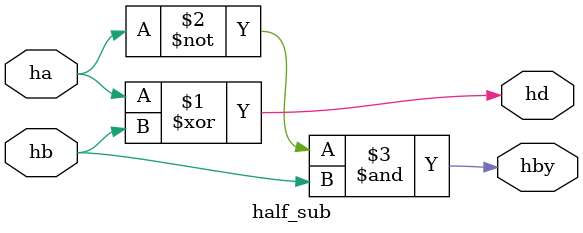
<source format=v>
module half_sub(input ha,hb, output hby,hd);
assign hd = ha ^ hb;
assign hby = ~(ha) & hb; 
endmodule
</source>
